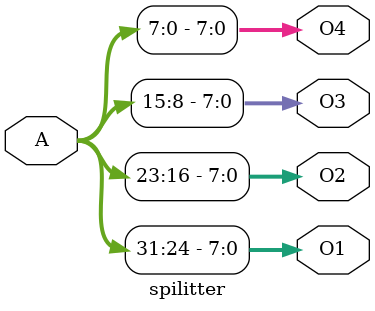
<source format=v>
`timescale 1ns / 1ps
module spilitter(
    input [31:0] A,
    output [7:0] O1,
    output [7:0] O2,
    output [7:0] O3,
    output [7:0] O4
    );
	 
    assign O1 = A[31:24];
	 assign O2 = A[23:16];
	 assign O3 = A[15:8];
	 assign O4 = A[7:0];
endmodule

</source>
